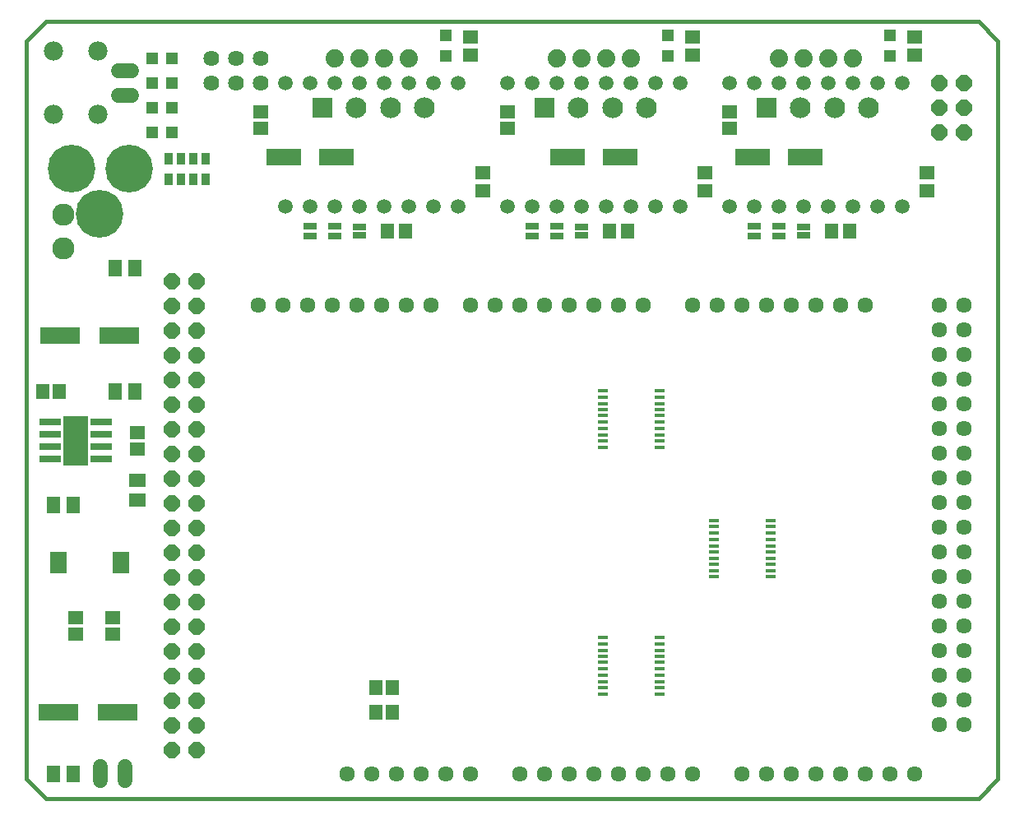
<source format=gts>
G75*
%MOIN*%
%OFA0B0*%
%FSLAX24Y24*%
%IPPOS*%
%LPD*%
%AMOC8*
5,1,8,0,0,1.08239X$1,22.5*
%
%ADD10C,0.0160*%
%ADD11C,0.0634*%
%ADD12R,0.0512X0.0512*%
%ADD13R,0.0552X0.0631*%
%ADD14C,0.0740*%
%ADD15C,0.0594*%
%ADD16C,0.0640*%
%ADD17R,0.0631X0.0552*%
%ADD18R,0.1418X0.0670*%
%ADD19C,0.1930*%
%ADD20C,0.0600*%
%ADD21R,0.0840X0.0840*%
%ADD22C,0.0840*%
%ADD23C,0.0900*%
%ADD24C,0.0780*%
%ADD25OC8,0.0640*%
%ADD26R,0.0540X0.0290*%
%ADD27R,0.0335X0.0473*%
%ADD28R,0.0906X0.0276*%
%ADD29R,0.1040X0.2040*%
%ADD30R,0.0670X0.0552*%
%ADD31R,0.0552X0.0670*%
%ADD32R,0.1615X0.0670*%
%ADD33R,0.0670X0.0906*%
%ADD34R,0.0394X0.0177*%
D10*
X002145Y001680D02*
X039940Y001680D01*
X040727Y002467D01*
X040727Y032389D01*
X039940Y033176D01*
X002145Y033176D01*
X001357Y032389D01*
X001357Y002467D01*
X002145Y001680D01*
D11*
X014357Y002680D03*
X015357Y002680D03*
X016357Y002680D03*
X017357Y002680D03*
X018357Y002680D03*
X019357Y002680D03*
X021357Y002680D03*
X022357Y002680D03*
X023357Y002680D03*
X024357Y002680D03*
X025357Y002680D03*
X026357Y002680D03*
X027357Y002680D03*
X028357Y002680D03*
X030357Y002680D03*
X031357Y002680D03*
X032357Y002680D03*
X033357Y002680D03*
X034357Y002680D03*
X035357Y002680D03*
X036357Y002680D03*
X037357Y002680D03*
X038357Y004680D03*
X039357Y004680D03*
X039357Y005680D03*
X038357Y005680D03*
X038357Y006680D03*
X039357Y006680D03*
X039357Y007680D03*
X038357Y007680D03*
X038357Y008680D03*
X039357Y008680D03*
X039357Y009680D03*
X038357Y009680D03*
X038357Y010680D03*
X038357Y011680D03*
X039357Y011680D03*
X039357Y010680D03*
X039357Y012680D03*
X038357Y012680D03*
X038357Y013680D03*
X039357Y013680D03*
X039357Y014680D03*
X038357Y014680D03*
X038357Y015680D03*
X039357Y015680D03*
X039357Y016680D03*
X038357Y016680D03*
X038357Y017680D03*
X039357Y017680D03*
X039357Y018680D03*
X038357Y018680D03*
X038357Y019680D03*
X039357Y019680D03*
X039357Y020680D03*
X038357Y020680D03*
X038357Y021680D03*
X039357Y021680D03*
X035357Y021680D03*
X034357Y021680D03*
X033357Y021680D03*
X032357Y021680D03*
X031357Y021680D03*
X030357Y021680D03*
X029357Y021680D03*
X028357Y021680D03*
X026357Y021680D03*
X025357Y021680D03*
X024357Y021680D03*
X023357Y021680D03*
X022357Y021680D03*
X021357Y021680D03*
X020357Y021680D03*
X019357Y021680D03*
X017757Y021680D03*
X016757Y021680D03*
X015757Y021680D03*
X014757Y021680D03*
X013757Y021680D03*
X012757Y021680D03*
X011757Y021680D03*
X010757Y021680D03*
D12*
X007271Y028680D03*
X006444Y028680D03*
X006444Y029680D03*
X007271Y029680D03*
X007271Y030680D03*
X006444Y030680D03*
X006444Y031680D03*
X007271Y031680D03*
X018357Y031767D03*
X018357Y032593D03*
X027357Y032593D03*
X027357Y031767D03*
X036357Y031767D03*
X036357Y032593D03*
D13*
X034731Y024680D03*
X033983Y024680D03*
X025731Y024680D03*
X024983Y024680D03*
X016731Y024680D03*
X015983Y024680D03*
X002692Y018180D03*
X002023Y018180D03*
X015523Y006180D03*
X016192Y006180D03*
X016192Y005180D03*
X015523Y005180D03*
D14*
X015857Y031680D03*
X016857Y031680D03*
X014857Y031680D03*
X013857Y031680D03*
X022857Y031680D03*
X023857Y031680D03*
X024857Y031680D03*
X025857Y031680D03*
X031857Y031680D03*
X032857Y031680D03*
X033857Y031680D03*
X034857Y031680D03*
D15*
X034857Y030680D03*
X033857Y030680D03*
X032857Y030680D03*
X031857Y030680D03*
X030857Y030680D03*
X029857Y030680D03*
X027857Y030680D03*
X026857Y030680D03*
X025857Y030680D03*
X024857Y030680D03*
X023857Y030680D03*
X022857Y030680D03*
X021857Y030680D03*
X020857Y030680D03*
X018857Y030680D03*
X017857Y030680D03*
X016857Y030680D03*
X015857Y030680D03*
X014857Y030680D03*
X013857Y030680D03*
X012857Y030680D03*
X011857Y030680D03*
X011857Y025680D03*
X012857Y025680D03*
X013857Y025680D03*
X014857Y025680D03*
X015857Y025680D03*
X016857Y025680D03*
X017857Y025680D03*
X018857Y025680D03*
X020857Y025680D03*
X021857Y025680D03*
X022857Y025680D03*
X023857Y025680D03*
X024857Y025680D03*
X025857Y025680D03*
X026857Y025680D03*
X027857Y025680D03*
X029857Y025680D03*
X030857Y025680D03*
X031857Y025680D03*
X032857Y025680D03*
X033857Y025680D03*
X034857Y025680D03*
X035857Y025680D03*
X036857Y025680D03*
X036857Y030680D03*
X035857Y030680D03*
D16*
X010857Y030680D03*
X009857Y030680D03*
X008857Y030680D03*
X008857Y031680D03*
X009857Y031680D03*
X010857Y031680D03*
D17*
X010857Y029515D03*
X010857Y028845D03*
X019357Y031806D03*
X019357Y032554D03*
X020857Y029515D03*
X020857Y028845D03*
X019857Y027054D03*
X019857Y026306D03*
X028357Y031806D03*
X028357Y032554D03*
X029857Y029515D03*
X029857Y028845D03*
X028857Y027054D03*
X028857Y026306D03*
X037357Y031806D03*
X037357Y032554D03*
X037857Y027054D03*
X037857Y026306D03*
X005857Y016515D03*
X005857Y015845D03*
X004857Y009015D03*
X004857Y008345D03*
X003357Y008345D03*
X003357Y009015D03*
D18*
X011794Y027680D03*
X013920Y027680D03*
X023294Y027680D03*
X025420Y027680D03*
X030794Y027680D03*
X032920Y027680D03*
D19*
X005515Y027219D03*
X004334Y025369D03*
X003192Y027219D03*
D20*
X005077Y030180D02*
X005637Y030180D01*
X005637Y031180D02*
X005077Y031180D01*
X005357Y002960D02*
X005357Y002400D01*
X004357Y002400D02*
X004357Y002960D01*
D21*
X013357Y029680D03*
X022357Y029680D03*
X031357Y029680D03*
D22*
X032735Y029680D03*
X034113Y029680D03*
X035491Y029680D03*
X026491Y029680D03*
X025113Y029680D03*
X023735Y029680D03*
X017491Y029680D03*
X016113Y029680D03*
X014735Y029680D03*
D23*
X002857Y025349D03*
X002857Y023971D03*
D24*
X002467Y029400D03*
X004247Y029400D03*
X004247Y031960D03*
X002467Y031960D03*
D25*
X007243Y022637D03*
X008243Y022637D03*
X008243Y021637D03*
X007243Y021637D03*
X007243Y020637D03*
X008243Y020637D03*
X008243Y019637D03*
X007243Y019637D03*
X007243Y018637D03*
X008243Y018637D03*
X008243Y017637D03*
X007243Y017637D03*
X007243Y016637D03*
X008243Y016637D03*
X008243Y015637D03*
X007243Y015637D03*
X007243Y014637D03*
X008243Y014637D03*
X008243Y013637D03*
X007243Y013637D03*
X007243Y012637D03*
X008243Y012637D03*
X008243Y011637D03*
X007243Y011637D03*
X007243Y010637D03*
X008243Y010637D03*
X008243Y009637D03*
X007243Y009637D03*
X007243Y008637D03*
X008243Y008637D03*
X008243Y007637D03*
X007243Y007637D03*
X007243Y006637D03*
X008243Y006637D03*
X008243Y005637D03*
X007243Y005637D03*
X007243Y004637D03*
X008243Y004637D03*
X008243Y003637D03*
X007243Y003637D03*
X038357Y028680D03*
X039357Y028680D03*
X039357Y029680D03*
X038357Y029680D03*
X038357Y030680D03*
X039357Y030680D03*
D26*
X032857Y024857D03*
X032857Y024503D03*
X031857Y024480D03*
X031857Y024880D03*
X030857Y024880D03*
X030857Y024480D03*
X023857Y024503D03*
X023857Y024857D03*
X022857Y024880D03*
X022857Y024480D03*
X021857Y024480D03*
X021857Y024880D03*
X014857Y024857D03*
X014857Y024503D03*
X013857Y024480D03*
X013857Y024880D03*
X012857Y024880D03*
X012857Y024480D03*
D27*
X008607Y026759D03*
X008107Y026759D03*
X007607Y026759D03*
X007107Y026759D03*
X007107Y027601D03*
X007607Y027601D03*
X008107Y027601D03*
X008607Y027601D03*
D28*
X004381Y016930D03*
X004381Y016430D03*
X004381Y015930D03*
X004381Y015430D03*
X002334Y015430D03*
X002334Y015930D03*
X002334Y016430D03*
X002334Y016930D03*
D29*
X003357Y016180D03*
D30*
X005857Y014574D03*
X005857Y013786D03*
D31*
X003251Y013580D03*
X002464Y013580D03*
X004964Y018180D03*
X005751Y018180D03*
X005751Y023180D03*
X004964Y023180D03*
X003251Y002680D03*
X002464Y002680D03*
D32*
X002656Y005180D03*
X005058Y005180D03*
X005109Y020444D03*
X002708Y020444D03*
D33*
X002656Y011231D03*
X005176Y011231D03*
D34*
X024706Y008198D03*
X024706Y007942D03*
X024706Y007686D03*
X024706Y007448D03*
X024706Y007192D03*
X024706Y006936D03*
X024706Y006680D03*
X024706Y006424D03*
X024706Y006168D03*
X024706Y005912D03*
X027009Y005912D03*
X027009Y006168D03*
X027009Y006424D03*
X027009Y006680D03*
X027009Y006936D03*
X027009Y007192D03*
X027009Y007448D03*
X027009Y007686D03*
X027009Y007942D03*
X027009Y008198D03*
X029206Y010662D03*
X029206Y010918D03*
X029206Y011174D03*
X029206Y011412D03*
X029206Y011668D03*
X029206Y011924D03*
X029206Y012180D03*
X029206Y012436D03*
X029206Y012692D03*
X029206Y012948D03*
X031509Y012948D03*
X031509Y012692D03*
X031509Y012436D03*
X031509Y012180D03*
X031509Y011924D03*
X031509Y011668D03*
X031509Y011412D03*
X031509Y011174D03*
X031509Y010918D03*
X031509Y010662D03*
X027009Y015912D03*
X027009Y016168D03*
X027009Y016424D03*
X027009Y016680D03*
X027009Y016936D03*
X027009Y017192D03*
X027009Y017448D03*
X027009Y017686D03*
X027009Y017942D03*
X027009Y018198D03*
X024706Y018198D03*
X024706Y017942D03*
X024706Y017686D03*
X024706Y017448D03*
X024706Y017192D03*
X024706Y016936D03*
X024706Y016680D03*
X024706Y016424D03*
X024706Y016168D03*
X024706Y015912D03*
M02*

</source>
